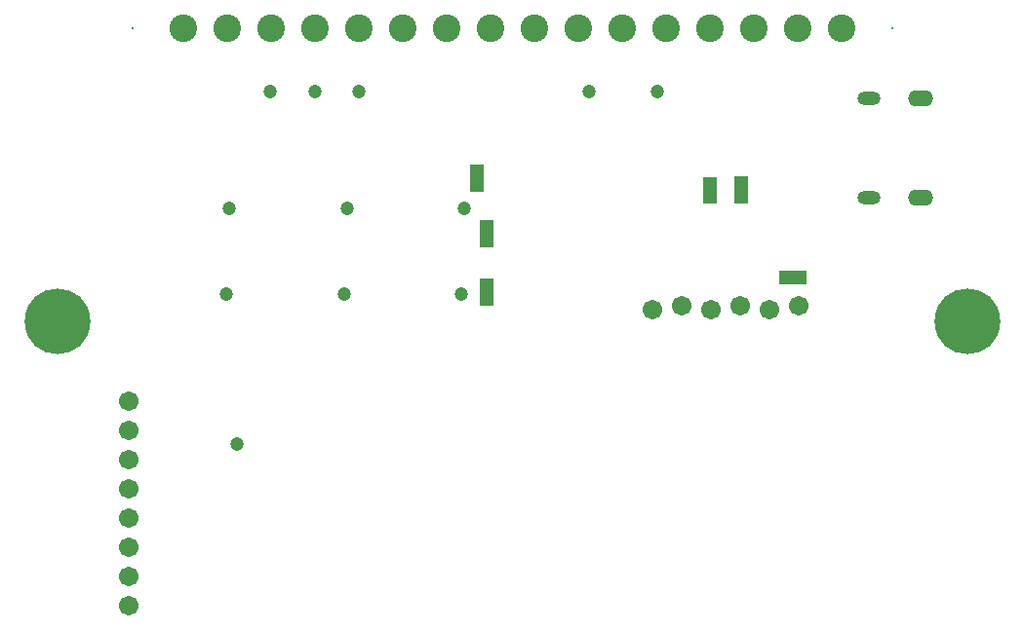
<source format=gbs>
G04*
G04 #@! TF.GenerationSoftware,Altium Limited,Altium Designer,24.0.1 (36)*
G04*
G04 Layer_Color=16711935*
%FSLAX44Y44*%
%MOMM*%
G71*
G04*
G04 #@! TF.SameCoordinates,05413D53-65B9-48FF-A265-3E5B4AF29DD5*
G04*
G04*
G04 #@! TF.FilePolarity,Negative*
G04*
G01*
G75*
%ADD67C,1.2032*%
%ADD87C,0.2032*%
%ADD89C,1.7032*%
%ADD90C,5.7032*%
%ADD91O,2.2000X1.4000*%
%ADD92O,2.0000X1.2000*%
%ADD93C,0.1000*%
%ADD131R,1.2032X1.2032*%
%ADD132R,1.2032X1.2032*%
%ADD133C,2.4032*%
D67*
X-239125Y-361625D02*
D03*
X126000Y-55000D02*
D03*
X66750D02*
D03*
X-44000Y-231000D02*
D03*
X-146000D02*
D03*
X-143250Y-156750D02*
D03*
X-41750D02*
D03*
X-248100Y-230900D02*
D03*
X-245750Y-156750D02*
D03*
X-210000Y-55000D02*
D03*
X-171000D02*
D03*
X-133000D02*
D03*
D87*
X329750Y0D02*
D03*
X-329750D02*
D03*
D89*
X121800Y-245000D02*
D03*
X147200Y-241000D02*
D03*
X172600Y-245000D02*
D03*
X198000Y-241000D02*
D03*
X223400Y-245000D02*
D03*
X248800Y-241000D02*
D03*
X-333000Y-324600D02*
D03*
Y-350000D02*
D03*
Y-375400D02*
D03*
Y-400800D02*
D03*
Y-426200D02*
D03*
Y-451600D02*
D03*
Y-477000D02*
D03*
Y-502400D02*
D03*
D90*
X-395000Y-255000D02*
D03*
X395000D02*
D03*
D91*
X354300Y-60900D02*
D03*
X354300Y-146900D02*
D03*
D92*
X310000Y-60900D02*
D03*
Y-146900D02*
D03*
D93*
X315000Y-132800D02*
D03*
Y-75000D02*
D03*
D131*
X237900Y-217000D02*
D03*
X249600D02*
D03*
D132*
X-22000Y-173000D02*
D03*
Y-184700D02*
D03*
Y-223400D02*
D03*
Y-235100D02*
D03*
X-31000Y-124400D02*
D03*
Y-136100D02*
D03*
X199000Y-146000D02*
D03*
Y-134300D02*
D03*
X172000Y-135000D02*
D03*
Y-146700D02*
D03*
D133*
X285750Y0D02*
D03*
X247650D02*
D03*
X209550D02*
D03*
X171450D02*
D03*
X133350D02*
D03*
X95250D02*
D03*
X57150D02*
D03*
X19050D02*
D03*
X-19050D02*
D03*
X-57150D02*
D03*
X-95250D02*
D03*
X-133350D02*
D03*
X-171450D02*
D03*
X-209550D02*
D03*
X-247650D02*
D03*
X-285750D02*
D03*
M02*

</source>
